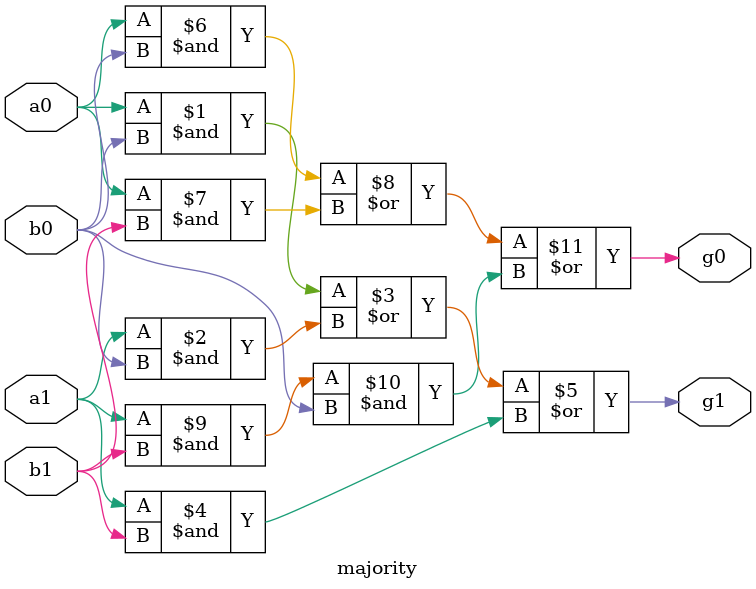
<source format=v>
module majority (g1,g0,a1,a0,b1,b0);
	input a1,a0,b1,b0;
	output g1,g0;
	assign g1=(a0&b0)|(a1&b0)|(a1&b1);
	assign g0=(a0&b0)|(a0&b1)|(a1&b1&b0);
endmodule

</source>
